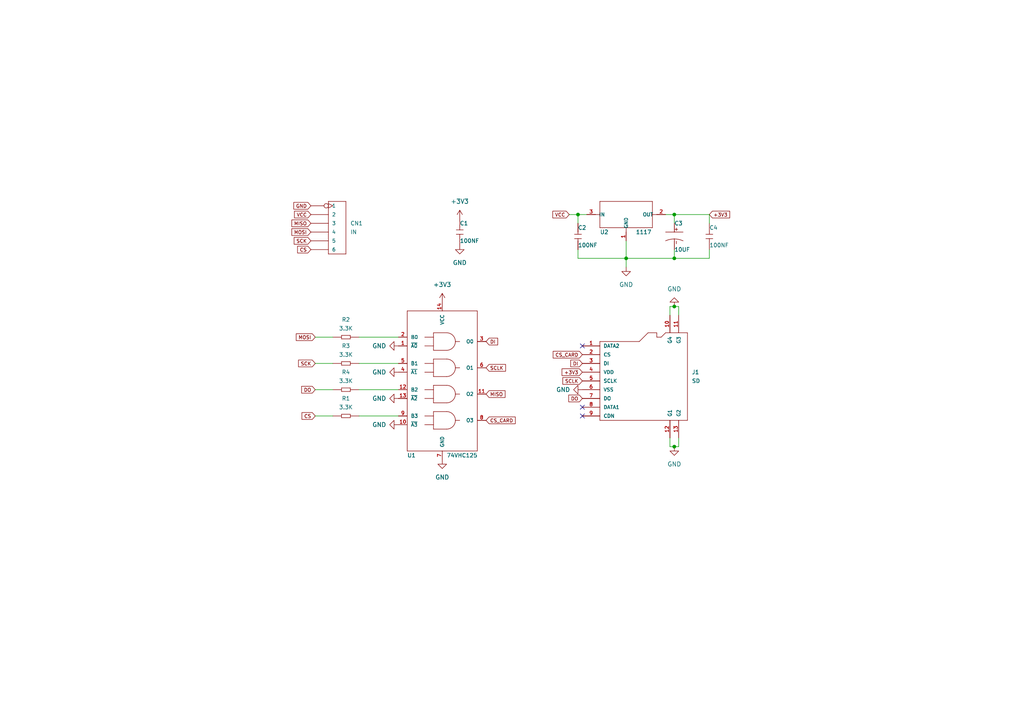
<source format=kicad_sch>
(kicad_sch (version 20211123) (generator eeschema)
  (paper "A4")
  (lib_symbols
    (symbol "OPL_Capacitor:CERAMIC-100NF-50V-10%-X7R_0603_" (pin_numbers hide) (pin_names (offset 1.016) hide)
      (property "Reference" "C" (at -3.81 1.27 0))
      (property "Value" "CERAMIC-100NF-50V-10%-X7R_0603_" (at -3.81 -2.54 0))
      (symbol "CERAMIC-100NF-50V-10%-X7R_0603__1_0"
        (polyline (pts (xy -1.27 0) (xy -0.635 0)))
        (polyline (pts (xy -0.635 -1.016) (xy -0.635 0)))
        (polyline (pts (xy -0.635 0) (xy -0.635 1.016)))
        (polyline (pts (xy 0.635 0) (xy 0.635 -1.016)))
        (polyline (pts (xy 0.635 0) (xy 1.27 0)))
        (polyline (pts (xy 0.635 1.016) (xy 0.635 0)))
      )
      (symbol "CERAMIC-100NF-50V-10%-X7R_0603__1_1"
        (pin passive line (at -3.81 0 0) (length 2.54) (name "1") (number "1"))
        (pin passive line (at 3.81 0 180) (length 2.54) (name "2") (number "2"))
      )
    )
    (symbol "OPL_Capacitor:TANTALUM-SMD-10UF-10V-10%_AVX-A_" (pin_numbers hide) (pin_names (offset 1.016) hide)
      (property "Reference" "C" (at -6.35 3.81 0))
      (property "Value" "TANTALUM-SMD-10UF-10V-10%_AVX-A_" (at 1.27 3.81 0))
      (symbol "TANTALUM-SMD-10UF-10V-10%_AVX-A__1_0"
        (polyline (pts (xy -1.27 2.54) (xy -1.27 -2.54)))
        (polyline (pts (xy 1.27 0) (xy 0.635 0)))
        (text "+" (at -2.0574 0.508 0) (effects (font (size 1.016 1.016))))
        (text "-" (at 1.7526 0.508 0) (effects (font (size 1.016 1.016))))
      )
      (symbol "TANTALUM-SMD-10UF-10V-10%_AVX-A__1_1"
        (arc (start 1.27 2.54) (mid 0.731 0) (end 1.27 -2.54))
        (pin passive line (at -3.81 0 0) (length 2.54) (name "+") (number "1"))
        (pin passive line (at 3.81 0 180) (length 2.54) (name "-") (number "2"))
      )
    )
    (symbol "OPL_Connector:DIP-BLACK-FEMALE-HEADER-VERT_6P-2.54_" (pin_numbers hide) (pin_names (offset 1.016))
      (property "Reference" "CN" (at -8.89 8.89 0))
      (property "Value" "DIP-BLACK-FEMALE-HEADER-VERT_6P-2.54_" (at -2.54 8.89 0))
      (symbol "DIP-BLACK-FEMALE-HEADER-VERT_6P-2.54__1_0"
        (polyline (pts (xy -2.54 -7.62) (xy -2.54 7.62)))
        (polyline (pts (xy -2.54 7.62) (xy 2.54 7.62)))
        (polyline (pts (xy 2.54 -7.62) (xy -2.54 -7.62)))
        (polyline (pts (xy 2.54 7.62) (xy 2.54 -7.62)))
      )
      (symbol "DIP-BLACK-FEMALE-HEADER-VERT_6P-2.54__1_1"
        (pin bidirectional inverted_clock (at -7.62 6.35 0) (length 5.08) (name "1") (number "1"))
        (pin bidirectional line (at -7.62 3.81 0) (length 5.08) (name "2") (number "2"))
        (pin bidirectional line (at -7.62 1.27 0) (length 5.08) (name "3") (number "3"))
        (pin bidirectional line (at -7.62 -1.27 0) (length 5.08) (name "4") (number "4"))
        (pin bidirectional line (at -7.62 -3.81 0) (length 5.08) (name "5") (number "5"))
        (pin bidirectional line (at -7.62 -6.35 0) (length 5.08) (name "6") (number "6"))
      )
    )
    (symbol "OPL_Connector:MICRO-SD-CARD-HOLDER-9P" (pin_names (offset 1.016))
      (property "Reference" "J" (at -13.97 12.7 0))
      (property "Value" "MICRO-SD-CARD-HOLDER-9P" (at -7.62 12.7 0))
      (symbol "MICRO-SD-CARD-HOLDER-9P_1_0"
        (polyline (pts (xy -12.7 -11.43) (xy 12.7 -11.43)))
        (polyline (pts (xy -12.7 11.43) (xy -12.7 -11.43)))
        (polyline (pts (xy -1.27 11.43) (xy -12.7 11.43)))
        (polyline (pts (xy 1.27 13.97) (xy -1.27 11.43)))
        (polyline (pts (xy 3.81 12.7) (xy 3.81 13.97)))
        (polyline (pts (xy 3.81 13.97) (xy 1.27 13.97)))
        (polyline (pts (xy 5.08 12.7) (xy 3.81 12.7)))
        (polyline (pts (xy 6.35 13.97) (xy 5.08 12.7)))
        (polyline (pts (xy 12.7 -11.43) (xy 12.7 13.97)))
        (polyline (pts (xy 12.7 13.97) (xy 6.35 13.97)))
      )
      (symbol "MICRO-SD-CARD-HOLDER-9P_1_1"
        (pin bidirectional line (at -17.78 10.16 0) (length 5.08) (name "DATA2") (number "1"))
        (pin bidirectional line (at 7.62 19.05 270) (length 5.08) (name "G4") (number "10"))
        (pin bidirectional line (at 10.16 19.05 270) (length 5.08) (name "G3") (number "11"))
        (pin bidirectional line (at 7.62 -16.51 90) (length 5.08) (name "G1") (number "12"))
        (pin bidirectional line (at 10.16 -16.51 90) (length 5.08) (name "G2") (number "13"))
        (pin bidirectional line (at -17.78 7.62 0) (length 5.08) (name "CS") (number "2"))
        (pin bidirectional line (at -17.78 5.08 0) (length 5.08) (name "DI") (number "3"))
        (pin bidirectional line (at -17.78 2.54 0) (length 5.08) (name "VDD") (number "4"))
        (pin bidirectional line (at -17.78 0 0) (length 5.08) (name "SCLK") (number "5"))
        (pin bidirectional line (at -17.78 -2.54 0) (length 5.08) (name "VSS") (number "6"))
        (pin bidirectional line (at -17.78 -5.08 0) (length 5.08) (name "DO") (number "7"))
        (pin bidirectional line (at -17.78 -7.62 0) (length 5.08) (name "DATA1") (number "8"))
        (pin bidirectional line (at -17.78 -10.16 0) (length 5.08) (name "CDN") (number "9"))
      )
    )
    (symbol "OPL_Integrated_Circuit:LOGIC-74VHC125MTCX_TSSOP14_" (pin_names (offset 1.016))
      (property "Reference" "U" (at -10.16 19.05 0))
      (property "Value" "LOGIC-74VHC125MTCX_TSSOP14_" (at 5.08 -25.4 0))
      (symbol "LOGIC-74VHC125MTCX_TSSOP14__1_0"
        (polyline (pts (xy -10.16 -22.86) (xy -10.16 17.78)))
        (polyline (pts (xy -10.16 17.78) (xy 10.16 17.78)))
        (polyline (pts (xy -5.08 -15.24) (xy -2.54 -15.24)))
        (polyline (pts (xy -5.08 -12.7) (xy -2.54 -12.7)))
        (polyline (pts (xy -5.08 -7.62) (xy -2.54 -7.62)))
        (polyline (pts (xy -5.08 -5.08) (xy -2.54 -5.08)))
        (polyline (pts (xy -5.08 0) (xy -2.54 0)))
        (polyline (pts (xy -5.08 2.54) (xy -2.54 2.54)))
        (polyline (pts (xy -5.08 7.62) (xy -2.54 7.62)))
        (polyline (pts (xy -5.08 10.16) (xy -2.54 10.16)))
        (polyline (pts (xy -2.54 -16.51) (xy 1.27 -16.51)))
        (polyline (pts (xy -2.54 -11.43) (xy -2.54 -16.51)))
        (polyline (pts (xy -2.54 -8.89) (xy 1.27 -8.89)))
        (polyline (pts (xy -2.54 -3.81) (xy -2.54 -8.89)))
        (polyline (pts (xy -2.54 -1.27) (xy 1.27 -1.27)))
        (polyline (pts (xy -2.54 3.81) (xy -2.54 -1.27)))
        (polyline (pts (xy -2.54 6.35) (xy 1.27 6.35)))
        (polyline (pts (xy -2.54 11.43) (xy -2.54 6.35)))
        (polyline (pts (xy 1.27 -11.43) (xy -2.54 -11.43)))
        (polyline (pts (xy 1.27 -3.81) (xy -2.54 -3.81)))
        (polyline (pts (xy 1.27 3.81) (xy -2.54 3.81)))
        (polyline (pts (xy 1.27 11.43) (xy -2.54 11.43)))
        (polyline (pts (xy 3.81 -13.97) (xy 5.08 -13.97)))
        (polyline (pts (xy 3.81 -6.35) (xy 5.08 -6.35)))
        (polyline (pts (xy 3.81 1.27) (xy 5.08 1.27)))
        (polyline (pts (xy 3.81 8.89) (xy 5.08 8.89)))
        (polyline (pts (xy 10.16 -22.86) (xy -10.16 -22.86)))
        (polyline (pts (xy 10.16 17.78) (xy 10.16 -22.86)))
      )
      (symbol "LOGIC-74VHC125MTCX_TSSOP14__1_1"
        (arc (start 1.27 -16.51) (mid 3.0661 -15.7661) (end 3.81 -13.97))
        (arc (start 1.27 -8.89) (mid 3.0661 -8.1461) (end 3.81 -6.35))
        (arc (start 1.27 -1.27) (mid 3.0661 -0.5261) (end 3.81 1.27))
        (arc (start 1.27 6.35) (mid 3.0661 7.0939) (end 3.81 8.89))
        (arc (start 3.81 -13.97) (mid 3.0661 -12.1739) (end 1.27 -11.43))
        (arc (start 3.81 -6.35) (mid 3.0661 -4.5539) (end 1.27 -3.81))
        (arc (start 3.81 1.27) (mid 3.0661 3.0661) (end 1.27 3.81))
        (arc (start 3.81 8.89) (mid 3.0661 10.6861) (end 1.27 11.43))
        (pin power_out line (at -12.7 7.62 0) (length 2.54) (name "~{A0}") (number "1"))
        (pin bidirectional line (at -12.7 -15.24 0) (length 2.54) (name "~{A3}") (number "10"))
        (pin bidirectional line (at 12.7 -6.35 180) (length 2.54) (name "O2") (number "11"))
        (pin bidirectional line (at -12.7 -5.08 0) (length 2.54) (name "B2") (number "12"))
        (pin input line (at -12.7 -7.62 0) (length 2.54) (name "~{A2}") (number "13"))
        (pin power_in line (at 0 20.32 270) (length 2.54) (name "VCC") (number "14"))
        (pin bidirectional line (at -12.7 10.16 0) (length 2.54) (name "B0") (number "2"))
        (pin bidirectional line (at 12.7 8.89 180) (length 2.54) (name "O0") (number "3"))
        (pin power_out line (at -12.7 0 0) (length 2.54) (name "~{A1}") (number "4"))
        (pin bidirectional line (at -12.7 2.54 0) (length 2.54) (name "B1") (number "5"))
        (pin bidirectional line (at 12.7 1.27 180) (length 2.54) (name "O1") (number "6"))
        (pin power_out line (at 0 -25.4 90) (length 2.54) (name "GND") (number "7"))
        (pin bidirectional line (at 12.7 -13.97 180) (length 2.54) (name "O3") (number "8"))
        (pin bidirectional line (at -12.7 -12.7 0) (length 2.54) (name "B3") (number "9"))
      )
    )
    (symbol "OPL_Integrated_Circuit:PMIC-CJT1117-3.3_SOT223_" (pin_names (offset 1.016))
      (property "Reference" "U" (at -7.62 3.81 0))
      (property "Value" "PMIC-CJT1117-3.3_SOT223_" (at 0 3.81 0))
      (symbol "PMIC-CJT1117-3.3_SOT223__1_0"
        (polyline (pts (xy -8.89 0) (xy -7.62 0)))
        (polyline (pts (xy -7.62 -3.81) (xy -7.62 0)))
        (polyline (pts (xy -7.62 0) (xy -7.62 3.81)))
        (polyline (pts (xy -7.62 3.81) (xy 7.62 3.81)))
        (polyline (pts (xy 0 -5.08) (xy 0 -3.81)))
        (polyline (pts (xy 0 -3.81) (xy -7.62 -3.81)))
        (polyline (pts (xy 7.62 -3.81) (xy 0 -3.81)))
        (polyline (pts (xy 7.62 0) (xy 7.62 -3.81)))
        (polyline (pts (xy 7.62 0) (xy 8.89 0)))
        (polyline (pts (xy 7.62 3.81) (xy 7.62 0)))
      )
      (symbol "PMIC-CJT1117-3.3_SOT223__1_1"
        (pin bidirectional line (at 0 -7.62 90) (length 2.54) (name "GND") (number "1"))
        (pin bidirectional line (at 11.43 0 180) (length 2.54) (name "OUT") (number "2"))
        (pin bidirectional line (at -11.43 0 0) (length 2.54) (name "IN") (number "3"))
        (pin bidirectional line (at 11.43 0 180) (length 2.54) hide (name "OUT") (number "TER"))
      )
    )
    (symbol "OPL_Resistor:SMD-RES-3.3K-1%-1_10W_0603_" (pin_numbers hide) (pin_names (offset 1.016) hide)
      (property "Reference" "R" (at -3.81 1.27 0))
      (property "Value" "SMD-RES-3.3K-1%-1_10W_0603_" (at -3.81 -2.54 0))
      (symbol "SMD-RES-3.3K-1%-1_10W_0603__1_0"
        (polyline (pts (xy -1.27 -0.508) (xy -1.27 0.508)))
        (polyline (pts (xy -1.27 0.508) (xy 1.27 0.508)))
        (polyline (pts (xy 1.27 -0.508) (xy -1.27 -0.508)))
        (polyline (pts (xy 1.27 0.508) (xy 1.27 -0.508)))
      )
      (symbol "SMD-RES-3.3K-1%-1_10W_0603__1_1"
        (pin passive line (at -3.81 0 0) (length 2.54) (name "1") (number "1"))
        (pin passive line (at 3.81 0 180) (length 2.54) (name "2") (number "2"))
      )
    )
    (symbol "power:+3V3" (power) (pin_names (offset 0))
      (property "Value" "+3V3" (at 0 3.556 0))
      (symbol "+3V3_0_1"
        (polyline (pts (xy -0.762 1.27) (xy 0 2.54)))
        (polyline (pts (xy 0 0) (xy 0 2.54)))
        (polyline (pts (xy 0 2.54) (xy 0.762 1.27)))
      )
      (symbol "+3V3_1_1"
        (pin power_in line (at 0 0 90) (length 0) hide (name "+3V3") (number "1"))
      )
    )
    (symbol "power:GND" (power) (pin_names (offset 0))
      (property "Value" "GND" (at 0 -3.81 0))
      (symbol "GND_0_1"
        (polyline (pts (xy 0 0) (xy 0 -1.27) (xy 1.27 -1.27) (xy 0 -2.54) (xy -1.27 -1.27) (xy 0 -1.27)))
      )
      (symbol "GND_1_1"
        (pin power_in line (at 0 0 270) (length 0) hide (name "GND") (number "1"))
      )
    )
  )
  (junction (at 195.58 88.9))
  (junction (at 195.58 129.54))
  (junction (at 181.61 74.93))
  (junction (at 167.64 62.23))
  (junction (at 195.58 74.93))
  (junction (at 195.58 62.23))
  (no_connect (at 168.91 118.11))
  (no_connect (at 168.91 120.65))
  (no_connect (at 168.91 100.33))
  (wire (pts (xy 194.31 91.44) (xy 194.31 88.9)))
  (wire (pts (xy 196.85 129.54) (xy 195.58 129.54)))
  (wire (pts (xy 167.64 62.23) (xy 170.18 62.23)))
  (wire (pts (xy 104.14 105.41) (xy 115.57 105.41)))
  (wire (pts (xy 104.14 120.65) (xy 115.57 120.65)))
  (wire (pts (xy 104.14 113.03) (xy 115.57 113.03)))
  (wire (pts (xy 193.04 62.23) (xy 195.58 62.23)))
  (wire (pts (xy 91.44 113.03) (xy 96.52 113.03)))
  (wire (pts (xy 167.64 74.93) (xy 181.61 74.93)))
  (wire (pts (xy 167.64 64.77) (xy 167.64 62.23)))
  (wire (pts (xy 194.31 127) (xy 194.31 129.54)))
  (wire (pts (xy 196.85 127) (xy 196.85 129.54)))
  (wire (pts (xy 181.61 74.93) (xy 181.61 77.47)))
  (wire (pts (xy 195.58 64.77) (xy 195.58 62.23)))
  (wire (pts (xy 205.74 62.23) (xy 195.58 62.23)))
  (wire (pts (xy 195.58 74.93) (xy 205.74 74.93)))
  (wire (pts (xy 91.44 105.41) (xy 96.52 105.41)))
  (wire (pts (xy 167.64 72.39) (xy 167.64 74.93)))
  (wire (pts (xy 104.14 97.79) (xy 115.57 97.79)))
  (wire (pts (xy 91.44 120.65) (xy 96.52 120.65)))
  (wire (pts (xy 181.61 74.93) (xy 195.58 74.93)))
  (wire (pts (xy 194.31 88.9) (xy 195.58 88.9)))
  (wire (pts (xy 91.44 97.79) (xy 96.52 97.79)))
  (wire (pts (xy 205.74 72.39) (xy 205.74 74.93)))
  (wire (pts (xy 196.85 91.44) (xy 196.85 88.9)))
  (wire (pts (xy 196.85 88.9) (xy 195.58 88.9)))
  (wire (pts (xy 205.74 64.77) (xy 205.74 62.23)))
  (wire (pts (xy 195.58 72.39) (xy 195.58 74.93)))
  (wire (pts (xy 194.31 129.54) (xy 195.58 129.54)))
  (wire (pts (xy 165.1 62.23) (xy 167.64 62.23)))
  (wire (pts (xy 181.61 69.85) (xy 181.61 74.93)))
  (global_label "VCC" (shape input) (at 165.1 62.23 180) (effects (font (size 1 1))) (property "Intersheet References" "${INTERSHEET_REFS}" (effects hide)))
  (global_label "CS_CARD" (shape input) (at 168.91 102.87 180) (effects (font (size 1 1))) (property "Intersheet References" "${INTERSHEET_REFS}" (effects hide)))
  (global_label "SCK" (shape input) (at 91.44 105.41 180) (effects (font (size 1 1))) (property "Intersheet References" "${INTERSHEET_REFS}" (effects hide)))
  (global_label "CS" (shape input) (at 91.44 120.65 180) (effects (font (size 1 1))) (property "Intersheet References" "${INTERSHEET_REFS}" (effects hide)))
  (global_label "MISO" (shape input) (at 140.97 114.3 0) (effects (font (size 1 1))) (property "Intersheet References" "${INTERSHEET_REFS}" (effects hide)))
  (global_label "CS" (shape input) (at 90.17 72.39 180) (effects (font (size 1 1))) (property "Intersheet References" "${INTERSHEET_REFS}" (effects hide)))
  (global_label "+3V3" (shape input) (at 205.74 62.23 0) (effects (font (size 1 1))) (property "Intersheet References" "${INTERSHEET_REFS}" (effects hide)))
  (global_label "SCLK" (shape input) (at 140.97 106.68 0) (effects (font (size 1 1))) (property "Intersheet References" "${INTERSHEET_REFS}" (effects hide)))
  (global_label "MISO" (shape input) (at 90.17 64.77 180) (effects (font (size 1 1))) (property "Intersheet References" "${INTERSHEET_REFS}" (effects hide)))
  (global_label "+3V3" (shape input) (at 168.91 107.95 180) (effects (font (size 1 1))) (property "Intersheet References" "${INTERSHEET_REFS}" (effects hide)))
  (global_label "GND" (shape input) (at 90.17 59.69 180) (effects (font (size 1 1))) (property "Intersheet References" "${INTERSHEET_REFS}" (effects hide)))
  (global_label "SCK" (shape input) (at 90.17 69.85 180) (effects (font (size 1 1))) (property "Intersheet References" "${INTERSHEET_REFS}" (effects hide)))
  (global_label "DI" (shape input) (at 140.97 99.06 0) (effects (font (size 1 1))) (property "Intersheet References" "${INTERSHEET_REFS}" (effects hide)))
  (global_label "MOSI" (shape input) (at 90.17 67.31 180) (effects (font (size 1 1))) (property "Intersheet References" "${INTERSHEET_REFS}" (effects hide)))
  (global_label "SCLK" (shape input) (at 168.91 110.49 180) (effects (font (size 1 1))) (property "Intersheet References" "${INTERSHEET_REFS}" (effects hide)))
  (global_label "VCC" (shape input) (at 90.17 62.23 180) (effects (font (size 1 1))) (property "Intersheet References" "${INTERSHEET_REFS}" (effects hide)))
  (global_label "CS_CARD" (shape input) (at 140.97 121.92 0) (effects (font (size 1 1))) (property "Intersheet References" "${INTERSHEET_REFS}" (effects hide)))
  (global_label "DO" (shape input) (at 168.91 115.57 180) (effects (font (size 1 1))) (property "Intersheet References" "${INTERSHEET_REFS}" (effects hide)))
  (global_label "DO" (shape input) (at 91.44 113.03 180) (effects (font (size 1 1))) (property "Intersheet References" "${INTERSHEET_REFS}" (effects hide)))
  (global_label "MOSI" (shape input) (at 91.44 97.79 180) (effects (font (size 1 1))) (property "Intersheet References" "${INTERSHEET_REFS}" (effects hide)))
  (global_label "DI" (shape input) (at 168.91 105.41 180) (effects (font (size 1 1))) (property "Intersheet References" "${INTERSHEET_REFS}" (effects hide)))
  (symbol (lib_id "OPL_Resistor:SMD-RES-3.3K-1%-1_10W_0603_") (at 100.33 113.03 0) (unit 1)
    (property "Reference" "R4" (at 100.33 107.95 0) (effects (font (size 1.143 1.143))))
    (property "Value" "3.3K" (at 100.33 110.49 0) (effects (font (size 1.143 1.143))))
    (property "Footprint" "OPL_Resistor:R0603" (effects hide))
    (property "MPN" "RC0603FR-073K3L" (effects hide))
    (property "SKU" "301010251" (effects hide))
  )
  (symbol (lib_id "OPL_Connector:MICRO-SD-CARD-HOLDER-9P") (at 186.69 110.49 0) (unit 1)
    (property "Reference" "J1" (at 200.66 107.95 0) (effects (font (size 1.143 1.143)) (justify left)))
    (property "Value" "SD" (at 200.66 110.49 0) (effects (font (size 1.143 1.143)) (justify left)))
    (property "Footprint" "OPL_Connector:MICRO-SD9+4P-SMD-16.1X14.5X1.85MM" (effects hide))
    (property "SKU" "320090008" (effects hide))
  )
  (symbol (lib_id "OPL_Capacitor:CERAMIC-100NF-50V-10%-X7R_0603_") (at 167.64 68.58 90) (unit 1)
    (property "Reference" "C2" (at 167.64 66.04 90) (effects (font (size 1.143 1.143)) (justify right)))
    (property "Value" "100NF" (at 167.64 71.12 90) (effects (font (size 1.143 1.143)) (justify right)))
    (property "Footprint" "OPL_Capacitor:C0603" (effects hide))
    (property "MPN" "CC0603KRX7R9BB104" (effects hide))
    (property "SKU" "302010138" (effects hide))
  )
  (symbol (lib_id "power:GND") (at 115.57 123.19 270) (unit 1)
    (property "Reference" "#PWR04" (effects hide))
    (property "Value" "GND" (at 107.95 123.19 90) (effects (justify left)))
  )
  (symbol (lib_id "OPL_Connector:DIP-BLACK-FEMALE-HEADER-VERT_6P-2.54_") (at 97.79 66.04 0) (unit 1)
    (property "Reference" "CN1" (at 101.6 64.77 0) (effects (font (size 1.143 1.143)) (justify left)))
    (property "Value" "IN" (at 101.6 67.31 0) (effects (font (size 1.143 1.143)) (justify left)))
    (property "Footprint" "OPL_Connector:H6-2.54" (effects hide))
    (property "MPN" "F185-1106A1BSYC1" (effects hide))
    (property "SKU" "320030060" (effects hide))
  )
  (symbol (lib_id "OPL_Capacitor:CERAMIC-100NF-50V-10%-X7R_0603_") (at 133.35 67.31 90) (unit 1)
    (property "Reference" "C1" (at 133.35 64.77 90) (effects (font (size 1.143 1.143)) (justify right)))
    (property "Value" "100NF" (at 133.35 69.85 90) (effects (font (size 1.143 1.143)) (justify right)))
    (property "Footprint" "OPL_Capacitor:C0603" (effects hide))
    (property "MPN" "CC0603KRX7R9BB104" (effects hide))
    (property "SKU" "302010138" (effects hide))
  )
  (symbol (lib_id "OPL_Resistor:SMD-RES-3.3K-1%-1_10W_0603_") (at 100.33 97.79 0) (unit 1)
    (property "Reference" "R2" (at 100.33 92.71 0) (effects (font (size 1.143 1.143))))
    (property "Value" "3.3K" (at 100.33 95.25 0) (effects (font (size 1.143 1.143))))
    (property "Footprint" "OPL_Resistor:R0603" (effects hide))
    (property "MPN" "RC0603FR-073K3L" (effects hide))
    (property "SKU" "301010251" (effects hide))
  )
  (symbol (lib_id "OPL_Resistor:SMD-RES-3.3K-1%-1_10W_0603_") (at 100.33 105.41 0) (unit 1)
    (property "Reference" "R3" (at 100.33 100.33 0) (effects (font (size 1.143 1.143))))
    (property "Value" "3.3K" (at 100.33 102.87 0) (effects (font (size 1.143 1.143))))
    (property "Footprint" "OPL_Resistor:R0603" (effects hide))
    (property "MPN" "RC0603FR-073K3L" (effects hide))
    (property "SKU" "301010251" (effects hide))
  )
  (symbol (lib_id "power:GND") (at 195.58 129.54 0) (unit 1)
    (property "Reference" "#PWR012" (effects hide))
    (property "Value" "GND" (at 195.58 134.62 0))
  )
  (symbol (lib_id "power:GND") (at 168.91 113.03 270) (unit 1)
    (property "Reference" "#PWR09" (effects hide))
    (property "Value" "GND" (at 161.29 113.03 90) (effects (justify left)))
  )
  (symbol (lib_id "power:GND") (at 133.35 71.12 0) (unit 1)
    (property "Reference" "#PWR08" (effects hide))
    (property "Value" "GND" (at 133.35 76.2 0))
  )
  (symbol (lib_id "power:+3V3") (at 133.35 63.5 0) (unit 1)
    (property "Reference" "#PWR07" (effects hide))
    (property "Value" "+3V3" (at 133.35 58.42 0))
  )
  (symbol (lib_id "power:GND") (at 128.27 133.35 0) (unit 1)
    (property "Reference" "#PWR06" (effects hide))
    (property "Value" "GND" (at 128.27 138.43 0))
  )
  (symbol (lib_id "power:+3V3") (at 128.27 87.63 0) (unit 1)
    (property "Reference" "#PWR05" (effects hide))
    (property "Value" "+3V3" (at 128.27 82.55 0))
  )
  (symbol (lib_id "power:GND") (at 115.57 107.95 270) (unit 1)
    (property "Reference" "#PWR02" (effects hide))
    (property "Value" "GND" (at 107.95 107.95 90) (effects (justify left)))
  )
  (symbol (lib_id "OPL_Capacitor:CERAMIC-100NF-50V-10%-X7R_0603_") (at 205.74 68.58 90) (unit 1)
    (property "Reference" "C4" (at 205.74 66.04 90) (effects (font (size 1.143 1.143)) (justify right)))
    (property "Value" "100NF" (at 205.74 71.12 90) (effects (font (size 1.143 1.143)) (justify right)))
    (property "Footprint" "OPL_Capacitor:C0603" (effects hide))
    (property "MPN" "CC0603KRX7R9BB104" (effects hide))
    (property "SKU" "302010138" (effects hide))
  )
  (symbol (lib_id "power:GND") (at 181.61 77.47 0) (unit 1)
    (property "Reference" "#PWR010" (effects hide))
    (property "Value" "GND" (at 181.61 82.55 0))
  )
  (symbol (lib_id "power:GND") (at 115.57 115.57 270) (unit 1)
    (property "Reference" "#PWR03" (effects hide))
    (property "Value" "GND" (at 107.95 115.57 90) (effects (justify left)))
  )
  (symbol (lib_id "OPL_Integrated_Circuit:LOGIC-74VHC125MTCX_TSSOP14_") (at 128.27 107.95 0) (unit 1)
    (property "Reference" "U1" (at 118.11 132.08 0) (effects (font (size 1.143 1.143)) (justify left)))
    (property "Value" "74VHC125" (at 129.54 132.08 0) (effects (font (size 1.143 1.143)) (justify left)))
    (property "Footprint" "OPL_Integrated_Circuit:TSSOP14-0.65-5X4.4MM" (effects hide))
    (property "MPN" "74VHC125MTCX" (effects hide))
    (property "SKU" "310050042" (effects hide))
  )
  (symbol (lib_id "power:GND") (at 115.57 100.33 270) (unit 1)
    (property "Reference" "#PWR01" (effects hide))
    (property "Value" "GND" (at 107.95 100.33 90) (effects (justify left)))
  )
  (symbol (lib_id "OPL_Integrated_Circuit:PMIC-CJT1117-3.3_SOT223_") (at 181.61 62.23 0) (unit 1)
    (property "Reference" "U2" (at 175.26 67.31 0) (effects (font (size 1.143 1.143))))
    (property "Value" "1117" (at 186.69 67.31 0) (effects (font (size 1.143 1.143))))
    (property "Footprint" "OPL_Integrated_Circuit:SOT-223" (effects hide))
    (property "MPN" "CJT1117-3.3" (effects hide))
    (property "SKU" "310030097" (effects hide))
  )
  (symbol (lib_id "OPL_Resistor:SMD-RES-3.3K-1%-1_10W_0603_") (at 100.33 120.65 0) (unit 1)
    (property "Reference" "R1" (at 100.33 115.57 0) (effects (font (size 1.143 1.143))))
    (property "Value" "3.3K" (at 100.33 118.11 0) (effects (font (size 1.143 1.143))))
    (property "Footprint" "OPL_Resistor:R0603" (effects hide))
    (property "MPN" "RC0603FR-073K3L" (effects hide))
    (property "SKU" "301010251" (effects hide))
  )
  (symbol (lib_id "power:GND") (at 195.58 88.9 180) (unit 1)
    (property "Reference" "#PWR011" (effects hide))
    (property "Value" "GND" (at 195.58 83.82 0))
  )
  (symbol (lib_id "OPL_Capacitor:TANTALUM-SMD-10UF-10V-10%_AVX-A_") (at 195.58 68.58 270) (unit 1)
    (property "Reference" "C3" (at 195.58 64.77 90) (effects (font (size 1.143 1.143)) (justify left)))
    (property "Value" "10UF" (at 195.58 72.39 90) (effects (font (size 1.143 1.143)) (justify left)))
    (property "Footprint" "OPL_Capacitor:AVX-A(1206)" (effects hide))
    (property "MPN" "TAJA106K010RNJ" (effects hide))
    (property "SKU" "302020011" (effects hide))
  )
)
</source>
